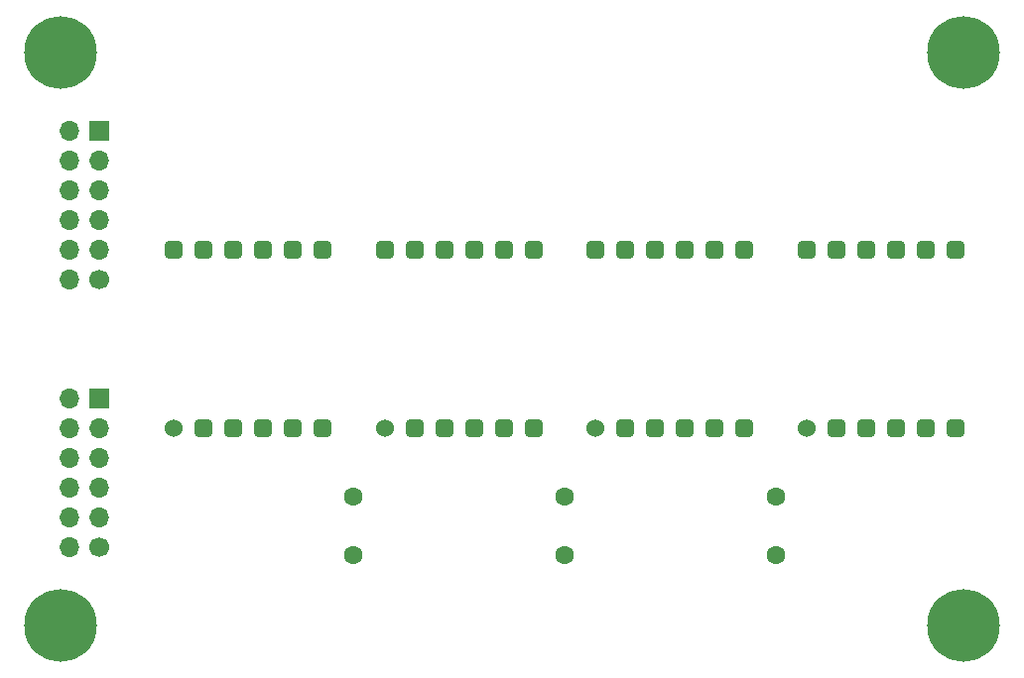
<source format=gbs>
G04 #@! TF.GenerationSoftware,KiCad,Pcbnew,7.0.9*
G04 #@! TF.CreationDate,2024-09-19T22:53:54+02:00*
G04 #@! TF.ProjectId,hpdl_1414_pmod,6870646c-5f31-4343-9134-5f706d6f642e,rev?*
G04 #@! TF.SameCoordinates,Original*
G04 #@! TF.FileFunction,Soldermask,Bot*
G04 #@! TF.FilePolarity,Negative*
%FSLAX46Y46*%
G04 Gerber Fmt 4.6, Leading zero omitted, Abs format (unit mm)*
G04 Created by KiCad (PCBNEW 7.0.9) date 2024-09-19 22:53:54*
%MOMM*%
%LPD*%
G01*
G04 APERTURE LIST*
G04 Aperture macros list*
%AMRoundRect*
0 Rectangle with rounded corners*
0 $1 Rounding radius*
0 $2 $3 $4 $5 $6 $7 $8 $9 X,Y pos of 4 corners*
0 Add a 4 corners polygon primitive as box body*
4,1,4,$2,$3,$4,$5,$6,$7,$8,$9,$2,$3,0*
0 Add four circle primitives for the rounded corners*
1,1,$1+$1,$2,$3*
1,1,$1+$1,$4,$5*
1,1,$1+$1,$6,$7*
1,1,$1+$1,$8,$9*
0 Add four rect primitives between the rounded corners*
20,1,$1+$1,$2,$3,$4,$5,0*
20,1,$1+$1,$4,$5,$6,$7,0*
20,1,$1+$1,$6,$7,$8,$9,0*
20,1,$1+$1,$8,$9,$2,$3,0*%
G04 Aperture macros list end*
%ADD10C,1.600000*%
%ADD11C,6.200000*%
%ADD12C,1.524000*%
%ADD13RoundRect,0.381000X-0.381000X-0.381000X0.381000X-0.381000X0.381000X0.381000X-0.381000X0.381000X0*%
%ADD14R,1.700000X1.700000*%
%ADD15O,1.700000X1.700000*%
%ADD16C,1.700000*%
G04 APERTURE END LIST*
D10*
X146500000Y-85500000D03*
X146500000Y-90500000D03*
D11*
X103500000Y-96500000D03*
D12*
X131150000Y-79620000D03*
D13*
X133690000Y-79620000D03*
X136230000Y-79620000D03*
X138770000Y-79620000D03*
X141310000Y-79620000D03*
X143850000Y-79620000D03*
X143850000Y-64380000D03*
X141310000Y-64380000D03*
X138770000Y-64380000D03*
X136230000Y-64380000D03*
X133690000Y-64380000D03*
X131150000Y-64380000D03*
D12*
X149150000Y-79620000D03*
D13*
X151690000Y-79620000D03*
X154230000Y-79620000D03*
X156770000Y-79620000D03*
X159310000Y-79620000D03*
X161850000Y-79620000D03*
X161850000Y-64380000D03*
X159310000Y-64380000D03*
X156770000Y-64380000D03*
X154230000Y-64380000D03*
X151690000Y-64380000D03*
X149150000Y-64380000D03*
D12*
X113150000Y-79620000D03*
D13*
X115690000Y-79620000D03*
X118230000Y-79620000D03*
X120770000Y-79620000D03*
X123310000Y-79620000D03*
X125850000Y-79620000D03*
X125850000Y-64380000D03*
X123310000Y-64380000D03*
X120770000Y-64380000D03*
X118230000Y-64380000D03*
X115690000Y-64380000D03*
X113150000Y-64380000D03*
D12*
X167150000Y-79620000D03*
D13*
X169690000Y-79620000D03*
X172230000Y-79620000D03*
X174770000Y-79620000D03*
X177310000Y-79620000D03*
X179850000Y-79620000D03*
X179850000Y-64380000D03*
X177310000Y-64380000D03*
X174770000Y-64380000D03*
X172230000Y-64380000D03*
X169690000Y-64380000D03*
X167150000Y-64380000D03*
D11*
X103500000Y-47540000D03*
X180500000Y-47540000D03*
D14*
X106800000Y-77080000D03*
D15*
X106800000Y-79620000D03*
X106800000Y-82160000D03*
X106800000Y-84700000D03*
X106800000Y-87240000D03*
D16*
X106800000Y-89780000D03*
D15*
X104260000Y-77080000D03*
X104260000Y-79620000D03*
X104260000Y-82160000D03*
X104260000Y-84700000D03*
X104260000Y-87240000D03*
X104260000Y-89780000D03*
D10*
X164500000Y-85500000D03*
X164500000Y-90500000D03*
D11*
X180500000Y-96500000D03*
D14*
X106800000Y-54220000D03*
D15*
X106800000Y-56760000D03*
X106800000Y-59300000D03*
X106800000Y-61840000D03*
X106800000Y-64380000D03*
D16*
X106800000Y-66920000D03*
D15*
X104260000Y-54220000D03*
X104260000Y-56760000D03*
X104260000Y-59300000D03*
X104260000Y-61840000D03*
X104260000Y-64380000D03*
X104260000Y-66920000D03*
D10*
X128500000Y-85500000D03*
X128500000Y-90500000D03*
M02*

</source>
